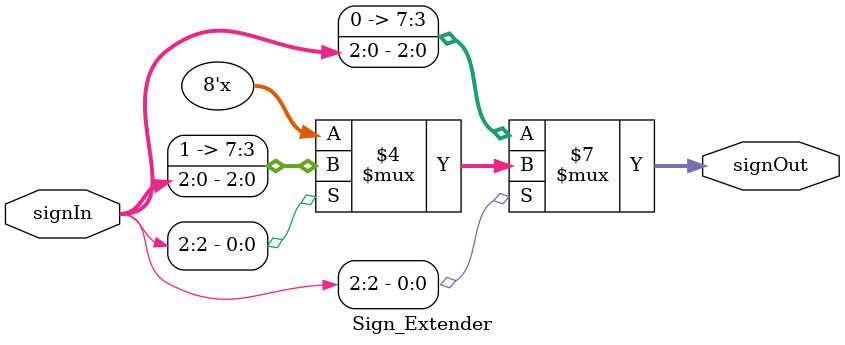
<source format=v>
`timescale 1ns / 1ps


module Sign_Extender(signIn,signOut);
  input [2:0] signIn;  // input which contains the least 3 bits from instruction
  output reg[7:0] signOut; //output after the sign extension
  always @(*)
   begin
    if(signIn[2]==0) // checking the bit 
    signOut <= {5'b00000 , signIn}; // appending 5 more bits 
    else if(signIn[2]==1)
    signOut <= {5'b11111 , signIn};
   end
endmodule

</source>
